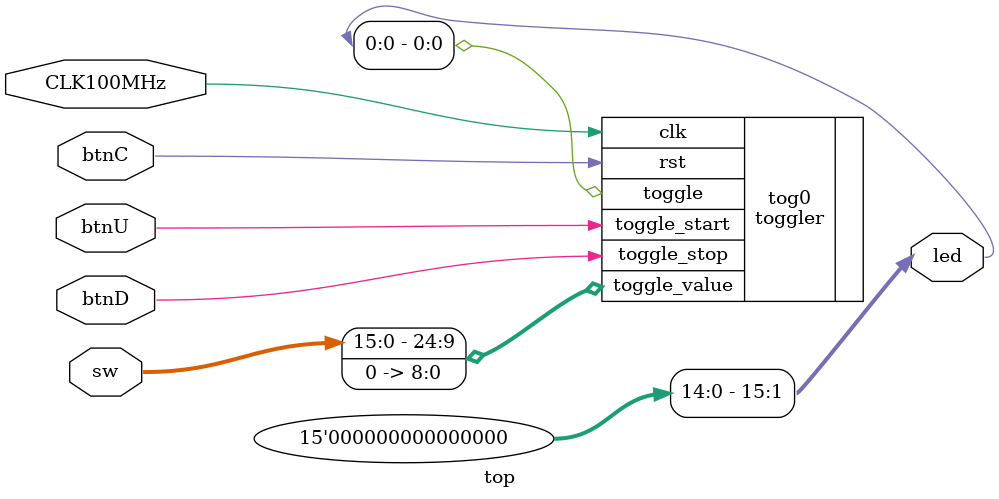
<source format=v>
`timescale 1ns / 1ps

module top (
	input       	CLK100MHz,
	input       	btnC,

	input       	btnU,
	input       	btnD,
	input [15:0]	sw,

	output [15:0]   led
);

toggler tog0(
	.clk(CLK100MHz),
	.rst(btnC),
	.toggle_start(btnU),
	.toggle_value( {sw,9'h0} ), 
	.toggle_stop(btnD),
	.toggle(led[0])
	);

assign led[15:1] = 15'h0; //or other things

endmodule


</source>
